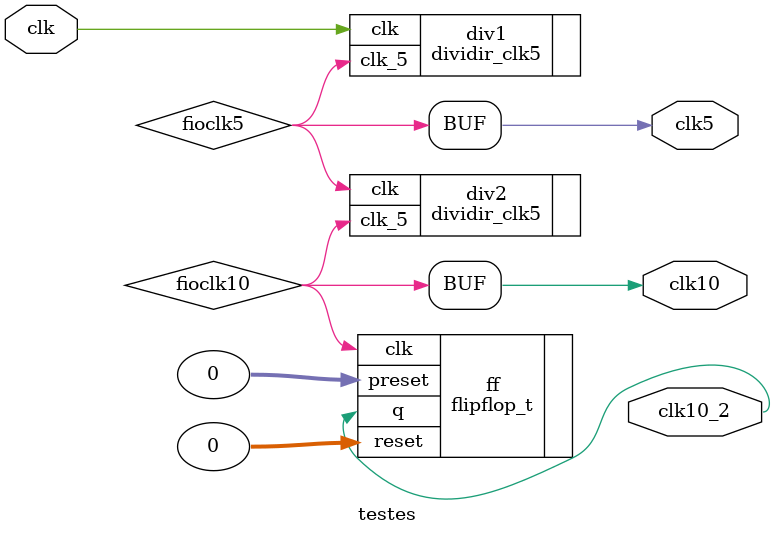
<source format=v>
module testes(input clk, output clk5, clk10, clk10_2);

	wire fioclk5, fioclk10;
	
	
	dividir_clk5 div1(
		.clk(clk),
		.clk_5(fioclk5)
	);
	
	dividir_clk5 div2(
		.clk(fioclk5),
		.clk_5(fioclk10)
	);
	flipflop_t ff (
		.clk(fioclk10),
		.reset(0),
		.preset(0),
		.q(clk10_2)
	);

	wire neg5, neg10;

	not not1(neg5, fioclk5);
	not not2 (clk5, neg5);
	
	not not3 (neg10, fioclk10);
	not not4 (clk10, neg10);
	
endmodule
</source>
